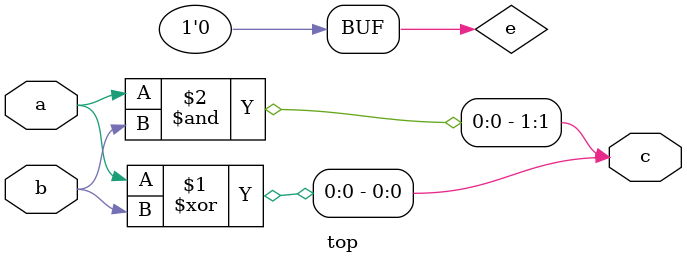
<source format=v>
`timescale 1ns / 1ps


module top(
input a,
input b,
output [1:0] c
    );
 reg e = 4;
 assign c={a&b,a^b};
endmodule

</source>
